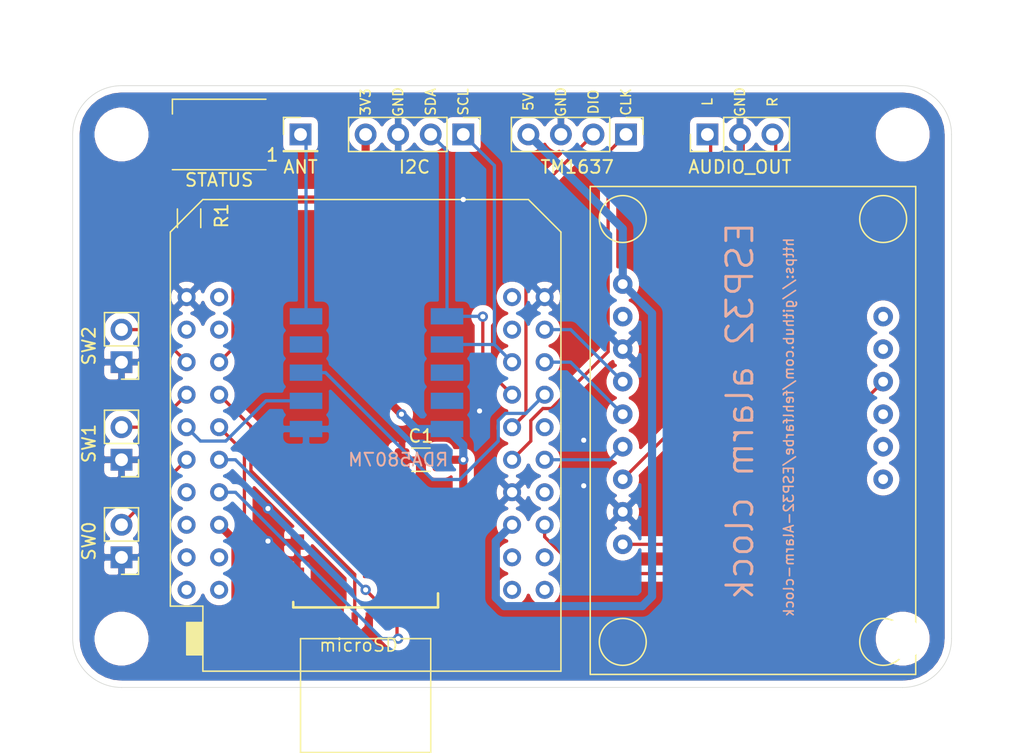
<source format=kicad_pcb>
(kicad_pcb (version 20171130) (host pcbnew 5.1.8-db9833491~88~ubuntu18.04.1)
  (title_block (title ESP32-Alarm-clock) (date 2020-11-21) (rev v0.2) (comment 4 https://github.com/fehlfarbe/ESP32-Alarm-clock))
  (layers (0 F.Cu signal) (31 B.Cu signal) (34 B.Paste user) (35 F.Paste user) (36 B.SilkS user) (37 F.SilkS user) (38 B.Mask user) (39 F.Mask user) (44 Edge.Cuts user))
  (net 0 "")
  (net 1 "Net-(J1-Pad1)")
  (net 2 GND)
  (net 3 SW0)
  (net 4 SW1)
  (net 5 SW2)
  (net 6 VCC)
  (net 7 SDA)
  (net 8 SCL)
  (net 9 TM_CLK)
  (net 10 TM_DIO)
  (net 11 5V)
  (net 12 SD_DATA0)
  (net 13 SD_CLK)
  (net 14 SD_CMD)
  (net 15 SD_CD)
  (net 16 ANT)
  (net 17 STATUS_DATA)
  (net 18 "Net-(U1-Pad2)")
  (net 19 I2S_LRC)
  (net 20 I2S_DIN)
  (net 21 I2S_BCLK)
  (net 22 "Net-(U1-Pad10)")
  (net 23 "Net-(U1-Pad11)")
  (net 24 I2S_MUTE)
  (net 25 "Net-(U1-Pad14)")
  (net 26 "Net-(U1-Pad15)")
  (net 27 "Net-(U2-Pad2)")
  (net 28 "Net-(U2-Pad3)")
  (net 29 RDA_R)
  (net 30 "Net-(U2-Pad13)")
  (net 31 "Net-(U2-Pad15)")
  (net 32 "Net-(U2-Pad17)")
  (net 33 "Net-(U2-Pad18)")
  (net 34 "Net-(U2-Pad19)")
  (net 35 "Net-(U2-Pad20)")
  (net 36 "Net-(U2-Pad21)")
  (net 37 "Net-(U2-Pad23)")
  (net 38 RDA_L)
  (net 39 "Net-(U2-Pad30)")
  (net 40 "Net-(U2-Pad34)")
  (net 41 "Net-(U2-Pad37)")
  (net 42 "Net-(U2-Pad38)")
  (net 43 "Net-(U2-Pad39)")
  (net 44 "Net-(U2-Pad40)")
  (net 45 "Net-(U3-PadN/C2)")
  (net 46 "Net-(U3-PadN/C)")
  (net 47 "Net-(J7-Pad9)")
  (net 48 "Net-(J7-Pad8)")
  (net 49 "Net-(J7-Pad1)")
  (net 50 "Net-(U1-Pad13)")
  (net 51 "Net-(U3-PadRCK)")
  (net 52 "Net-(J1-Pad3)")
  (net 53 "Net-(D1-Pad2)")
  (net 54 "Net-(D1-Pad4)")
  (net 55 "Net-(U2-Pad4)")
  (module pcb:RDA5807 (layer B.Cu) (at 72.39 77.47 180)
    (fp_text reference U3 hide)
    (fp_text value RDA5807)
    (pad SDA smd rect (at 0 -1.5 180) (size 2.54 1.27) (layers B.Cu B.Paste B.Mask) (net 7 SDA))
    (pad SCL smd rect (at 0 -3.7 180) (size 2.54 1.27) (layers B.Cu B.Paste B.Mask) (net 8 SCL))
    (pad N/C smd rect (at 0 -5.9 180) (size 2.54 1.27) (layers B.Cu B.Paste B.Mask) (net 46 "Net-(U3-PadN/C)"))
    (pad N/C2 smd rect (at 0 -8.1 180) (size 2.54 1.27) (layers B.Cu B.Paste B.Mask) (net 45 "Net-(U3-PadN/C2)"))
    (pad VCC smd rect (at 0 -10.3 180) (size 2.54 1.27) (layers B.Cu B.Paste B.Mask) (net 6 VCC))
    (pad ANT smd rect (at 11 -1.5 180) (size 2.54 1.27) (layers B.Cu B.Paste B.Mask) (net 16 ANT))
    (pad RCK smd rect (at 11 -3.7 180) (size 2.54 1.27) (layers B.Cu B.Paste B.Mask) (net 51 "Net-(U3-PadRCK)"))
    (pad L smd rect (at 11 -5.9 180) (size 2.54 1.27) (layers B.Cu B.Paste B.Mask) (net 38 RDA_L))
    (pad R smd rect (at 11 -8.1 180) (size 2.54 1.27) (layers B.Cu B.Paste B.Mask) (net 29 RDA_R))
    (pad GND smd rect (at 11 -10.3 180) (size 2.54 1.27) (layers B.Cu B.Paste B.Mask) (net 2 GND))
  )
  (module Capacitor_SMD:C_1206_3216Metric (layer F.Cu) (at 70.358 90.17)
    (fp_text reference C1 (at 0 -1.85) (layer F.SilkS))
    (fp_text value C)
    (fp_line (start -0.711252 0.91) (end 0.711252 0.91) (layer F.SilkS) (width 0.12))
    (fp_line (start -0.711252 -0.91) (end 0.711252 -0.91) (layer F.SilkS) (width 0.12))
    (pad 2 smd roundrect (at 1.475 0) (size 1.15 1.8) (layers F.Cu F.Paste F.Mask) (roundrect_rratio 0.2173904347826087) (net 6 VCC))
    (pad 1 smd roundrect (at -1.475 0) (size 1.15 1.8) (layers F.Cu F.Paste F.Mask) (roundrect_rratio 0.2173904347826087) (net 2 GND))
  )
  (module MountingHole:MountingHole_3.2mm_M3 (layer F.Cu) (at 46.99 104.14)
    (fp_text reference REF** hide)
    (fp_text value MountingHole_3.2mm_M3)
    (pad 1 np_thru_hole circle (at 0 0) (size 3.2 3.2) (drill 3.2) (layers *.Cu *.Mask))
  )
  (module MountingHole:MountingHole_3.2mm_M3 (layer F.Cu) (at 107.95 104.14)
    (fp_text reference REF** hide)
    (fp_text value MountingHole_3.2mm_M3)
    (pad 1 np_thru_hole circle (at 0 0) (size 3.2 3.2) (drill 3.2) (layers *.Cu *.Mask))
  )
  (module MountingHole:MountingHole_3.2mm_M3 (layer F.Cu) (at 107.95 64.77)
    (fp_text reference REF** hide)
    (fp_text value MountingHole_3.2mm_M3)
    (pad 1 np_thru_hole circle (at 0 0) (size 3.2 3.2) (drill 3.2) (layers *.Cu *.Mask))
  )
  (module MountingHole:MountingHole_3.2mm_M3 (layer F.Cu) (at 46.99 64.77)
    (fp_text reference REF** hide)
    (fp_text value MountingHole_3.2mm_M3)
    (pad 1 np_thru_hole circle (at 0 0) (size 3.2 3.2) (drill 3.2) (layers *.Cu *.Mask))
  )
  (module pcb:ESP32_mini (layer F.Cu) (at 66.04 88.9)
    (fp_text reference U2)
    (fp_text value mini_esp32)
    (fp_line (start 5.08 15.24) (end 5.08 17.78) (layer F.SilkS) (width 0.12))
    (fp_line (start -5.08 15.24) (end 5.08 15.24) (layer F.SilkS) (width 0.12))
    (fp_line (start -5.08 17.78) (end -5.08 15.24) (layer F.SilkS) (width 0.12))
    (fp_line (start 5.08 24.13) (end 5.08 17.78) (layer F.SilkS) (width 0.12))
    (fp_line (start -5.08 24.13) (end 5.08 24.13) (layer F.SilkS) (width 0.12))
    (fp_line (start -5.08 17.78) (end -5.08 24.13) (layer F.SilkS) (width 0.12))
    (fp_line (start -12.7 17.78) (end 15.24 17.78) (layer F.SilkS) (width 0.12))
    (fp_poly (pts (xy -13.97 16.51) (xy -13.97 13.97) (xy -12.7 13.97) (xy -12.7 16.51)) (layer F.SilkS) (width 0.1))
    (fp_line (start -15.24 12.7) (end -12.7 12.7) (layer F.SilkS) (width 0.12))
    (fp_line (start -15.24 -16.51) (end -15.24 12.7) (layer F.SilkS) (width 0.12))
    (fp_line (start 15.24 -16.51) (end 15.24 17.78) (layer F.SilkS) (width 0.12))
    (fp_line (start -12.7 -19.05) (end -11.43 -19.05) (layer F.SilkS) (width 0.12))
    (fp_line (start -12.7 -19.05) (end -15.24 -16.51) (layer F.SilkS) (width 0.12))
    (fp_line (start 12.7 -19.05) (end 15.24 -16.51) (layer F.SilkS) (width 0.12))
    (fp_line (start 12.7 -19.05) (end -11.43 -19.05) (layer F.SilkS) (width 0.12))
    (fp_line (start -12.7 12.7) (end -12.7 17.78) (layer F.SilkS) (width 0.12))
    (pad 40 thru_hole circle (at 13.97 11.43 270) (size 1.4 1.4) (drill 0.8) (layers *.Cu *.Mask) (net 44 "Net-(U2-Pad40)"))
    (pad 39 thru_hole circle (at 11.43 11.43 270) (size 1.4 1.4) (drill 0.8) (layers *.Cu *.Mask) (net 43 "Net-(U2-Pad39)"))
    (pad 38 thru_hole circle (at 13.97 8.89 270) (size 1.4 1.4) (drill 0.8) (layers *.Cu *.Mask) (net 42 "Net-(U2-Pad38)"))
    (pad 37 thru_hole circle (at 11.43 8.89 270) (size 1.4 1.4) (drill 0.8) (layers *.Cu *.Mask) (net 41 "Net-(U2-Pad37)"))
    (pad 36 thru_hole circle (at 13.97 6.35 270) (size 1.4 1.4) (drill 0.8) (layers *.Cu *.Mask) (net 24 I2S_MUTE))
    (pad 35 thru_hole circle (at 11.43 6.35 270) (size 1.4 1.4) (drill 0.8) (layers *.Cu *.Mask) (net 11 5V))
    (pad 34 thru_hole circle (at 13.97 3.81 270) (size 1.4 1.4) (drill 0.8) (layers *.Cu *.Mask) (net 40 "Net-(U2-Pad34)"))
    (pad 33 thru_hole circle (at 11.43 3.81 270) (size 1.4 1.4) (drill 0.8) (layers *.Cu *.Mask) (net 2 GND))
    (pad 32 thru_hole circle (at 13.97 1.27 270) (size 1.4 1.4) (drill 0.8) (layers *.Cu *.Mask) (net 21 I2S_BCLK))
    (pad 31 thru_hole circle (at 11.43 1.27 270) (size 1.4 1.4) (drill 0.8) (layers *.Cu *.Mask) (net 9 TM_CLK))
    (pad 30 thru_hole circle (at 13.97 -1.27 270) (size 1.4 1.4) (drill 0.8) (layers *.Cu *.Mask) (net 39 "Net-(U2-Pad30)"))
    (pad 29 thru_hole circle (at 11.43 -1.27 270) (size 1.4 1.4) (drill 0.8) (layers *.Cu *.Mask) (net 10 TM_DIO))
    (pad 28 thru_hole circle (at 13.97 -3.81 270) (size 1.4 1.4) (drill 0.8) (layers *.Cu *.Mask) (net 38 RDA_L))
    (pad 27 thru_hole circle (at 11.43 -3.81 270) (size 1.4 1.4) (drill 0.8) (layers *.Cu *.Mask) (net 7 SDA))
    (pad 26 thru_hole circle (at 13.97 -6.35 270) (size 1.4 1.4) (drill 0.8) (layers *.Cu *.Mask) (net 20 I2S_DIN))
    (pad 25 thru_hole circle (at 11.43 -6.35 270) (size 1.4 1.4) (drill 0.8) (layers *.Cu *.Mask) (net 8 SCL))
    (pad 24 thru_hole circle (at 13.97 -8.89 270) (size 1.4 1.4) (drill 0.8) (layers *.Cu *.Mask) (net 19 I2S_LRC))
    (pad 23 thru_hole circle (at 11.43 -8.89 270) (size 1.4 1.4) (drill 0.8) (layers *.Cu *.Mask) (net 37 "Net-(U2-Pad23)"))
    (pad 22 thru_hole circle (at 13.97 -11.43 270) (size 1.4 1.4) (drill 0.8) (layers *.Cu *.Mask) (net 2 GND))
    (pad 21 thru_hole circle (at 11.43 -11.43 270) (size 1.4 1.4) (drill 0.8) (layers *.Cu *.Mask) (net 36 "Net-(U2-Pad21)"))
    (pad 20 thru_hole circle (at -11.43 11.43 270) (size 1.4 1.4) (drill 0.8) (layers *.Cu *.Mask) (net 35 "Net-(U2-Pad20)"))
    (pad 19 thru_hole circle (at -13.97 11.43 270) (size 1.4 1.4) (drill 0.8) (layers *.Cu *.Mask) (net 34 "Net-(U2-Pad19)"))
    (pad 18 thru_hole circle (at -11.43 8.89 270) (size 1.4 1.4) (drill 0.8) (layers *.Cu *.Mask) (net 33 "Net-(U2-Pad18)"))
    (pad 17 thru_hole circle (at -13.97 8.89 270) (size 1.4 1.4) (drill 0.8) (layers *.Cu *.Mask) (net 32 "Net-(U2-Pad17)"))
    (pad 16 thru_hole circle (at -11.43 6.35 270) (size 1.4 1.4) (drill 0.8) (layers *.Cu *.Mask) (net 6 VCC))
    (pad 15 thru_hole circle (at -13.97 6.35 270) (size 1.4 1.4) (drill 0.8) (layers *.Cu *.Mask) (net 31 "Net-(U2-Pad15)"))
    (pad 14 thru_hole circle (at -11.43 3.81 270) (size 1.4 1.4) (drill 0.8) (layers *.Cu *.Mask) (net 15 SD_CD))
    (pad 13 thru_hole circle (at -13.97 3.81 270) (size 1.4 1.4) (drill 0.8) (layers *.Cu *.Mask) (net 30 "Net-(U2-Pad13)"))
    (pad 12 thru_hole circle (at -11.43 1.27 270) (size 1.4 1.4) (drill 0.8) (layers *.Cu *.Mask) (net 14 SD_CMD))
    (pad 11 thru_hole circle (at -13.97 1.27 270) (size 1.4 1.4) (drill 0.8) (layers *.Cu *.Mask) (net 3 SW0))
    (pad 10 thru_hole circle (at -11.43 -1.27 270) (size 1.4 1.4) (drill 0.8) (layers *.Cu *.Mask) (net 12 SD_DATA0))
    (pad 9 thru_hole circle (at -13.97 -1.27 270) (size 1.4 1.4) (drill 0.8) (layers *.Cu *.Mask) (net 29 RDA_R))
    (pad 8 thru_hole circle (at -11.43 -3.81 270) (size 1.4 1.4) (drill 0.8) (layers *.Cu *.Mask) (net 13 SD_CLK))
    (pad 7 thru_hole circle (at -13.97 -3.81 270) (size 1.4 1.4) (drill 0.8) (layers *.Cu *.Mask) (net 4 SW1))
    (pad 6 thru_hole circle (at -11.43 -6.35 270) (size 1.4 1.4) (drill 0.8) (layers *.Cu *.Mask) (net 17 STATUS_DATA))
    (pad 5 thru_hole circle (at -13.97 -6.35 270) (size 1.4 1.4) (drill 0.8) (layers *.Cu *.Mask) (net 5 SW2))
    (pad 4 thru_hole circle (at -11.43 -8.89 270) (size 1.4 1.4) (drill 0.8) (layers *.Cu *.Mask) (net 55 "Net-(U2-Pad4)"))
    (pad 3 thru_hole circle (at -13.97 -8.89 270) (size 1.4 1.4) (drill 0.8) (layers *.Cu *.Mask) (net 28 "Net-(U2-Pad3)"))
    (pad 1 thru_hole circle (at -13.97 -11.43 270) (size 1.4 1.4) (drill 0.8) (layers *.Cu *.Mask) (net 2 GND))
    (pad 2 thru_hole circle (at -11.43 -11.43 270) (size 1.4 1.4) (drill 0.8) (layers *.Cu *.Mask) (net 27 "Net-(U2-Pad2)"))
  )
  (module LED_SMD:LED_WS2812B_PLCC4_5.0x5.0mm_P3.2mm (layer F.Cu) (at 54.61 64.77 180)
    (fp_text reference D1 hide)
    (fp_text value WS2812B)
    (fp_line (start 3.65 2.75) (end 3.65 1.6) (layer F.SilkS) (width 0.12))
    (fp_line (start -3.65 2.75) (end 3.65 2.75) (layer F.SilkS) (width 0.12))
    (fp_line (start -3.65 -2.75) (end 3.65 -2.75) (layer F.SilkS) (width 0.12))
    (fp_text user 1 (at -4.15 -1.6) (layer F.SilkS))
    (pad 1 smd rect (at -2.45 -1.6 180) (size 1.5 1) (layers F.Cu F.Paste F.Mask) (net 6 VCC))
    (pad 2 smd rect (at -2.45 1.6 180) (size 1.5 1) (layers F.Cu F.Paste F.Mask) (net 53 "Net-(D1-Pad2)"))
    (pad 4 smd rect (at 2.45 -1.6 180) (size 1.5 1) (layers F.Cu F.Paste F.Mask) (net 54 "Net-(D1-Pad4)"))
    (pad 3 smd rect (at 2.45 1.6 180) (size 1.5 1) (layers F.Cu F.Paste F.Mask) (net 2 GND))
  )
  (module pcb:105162-0001 (layer F.Cu) (at 66.04 95.25)
    (fp_text reference J7)
    (fp_text value microSD (at -0.549 9.398) (layer F.SilkS) (effects (font (thickness 0.127))))
    (fp_line (start -5.65 6.45) (end 5.65 6.45) (layer F.SilkS) (width 0.2))
    (fp_line (start 5.65 6.45) (end 5.65 5.355) (layer F.SilkS) (width 0.2))
    (fp_line (start -5.65 6.45) (end -5.65 6.028) (layer F.SilkS) (width 0.2))
    (pad 1 smd rect (at 3.55 7.34) (size 0.5 1) (layers F.Cu F.Paste F.Mask) (net 49 "Net-(J7-Pad1)"))
    (pad 2 smd rect (at 2.45 7.34) (size 0.5 1) (layers F.Cu F.Paste F.Mask) (net 15 SD_CD))
    (pad 3 smd rect (at 1.35 7.34) (size 0.5 1) (layers F.Cu F.Paste F.Mask) (net 14 SD_CMD))
    (pad 4 smd rect (at 0.25 7.34) (size 0.5 1) (layers F.Cu F.Paste F.Mask) (net 6 VCC))
    (pad 5 smd rect (at -0.85 7.34) (size 0.5 1) (layers F.Cu F.Paste F.Mask) (net 13 SD_CLK))
    (pad 6 smd rect (at -1.95 7.34) (size 0.5 1) (layers F.Cu F.Paste F.Mask) (net 2 GND))
    (pad 7 smd rect (at -3.05 7.34) (size 0.5 1) (layers F.Cu F.Paste F.Mask) (net 12 SD_DATA0))
    (pad 8 smd rect (at -4.15 7.34) (size 0.5 1) (layers F.Cu F.Paste F.Mask) (net 48 "Net-(J7-Pad8)"))
    (pad 9 smd rect (at 5.31 4.66) (size 0.72 0.78) (layers F.Cu F.Paste F.Mask) (net 47 "Net-(J7-Pad9)"))
    (pad 10 smd rect (at 5.325 3.39) (size 1.05 1.08) (layers F.Cu F.Paste F.Mask) (net 2 GND))
    (pad 11 smd rect (at 5.325 0.78) (size 1.05 1.2) (layers F.Cu F.Paste F.Mask) (net 2 GND))
    (pad 12 smd rect (at -5.325 1.35) (size 1.05 1.2) (layers F.Cu F.Paste F.Mask) (net 2 GND))
    (pad 13 smd rect (at -5.325 4.535) (size 1.05 2.39) (layers F.Cu F.Paste F.Mask) (net 2 GND))
    (pad 14 smd rect (at 1.986 0.105) (size 2.91 0.55) (layers F.Cu F.Paste F.Mask))
    (pad 15 smd rect (at -2.204 0.105) (size 2.91 0.55) (layers F.Cu F.Paste F.Mask))
  )
  (module Connector_PinHeader_2.54mm:PinHeader_1x02_P2.54mm_Vertical (layer F.Cu) (at 46.99 97.79 180)
    (fp_text reference J2 hide)
    (fp_text value SW0)
    (fp_line (start -1.33 -1.33) (end 0 -1.33) (layer F.SilkS) (width 0.12))
    (fp_line (start -1.33 0) (end -1.33 -1.33) (layer F.SilkS) (width 0.12))
    (fp_line (start -1.33 1.27) (end 1.33 1.27) (layer F.SilkS) (width 0.12))
    (fp_line (start 1.33 1.27) (end 1.33 3.87) (layer F.SilkS) (width 0.12))
    (fp_line (start -1.33 1.27) (end -1.33 3.87) (layer F.SilkS) (width 0.12))
    (fp_line (start -1.33 3.87) (end 1.33 3.87) (layer F.SilkS) (width 0.12))
    (pad 1 thru_hole rect (at 0 0 180) (size 1.7 1.7) (drill 1) (layers *.Cu *.Mask) (net 2 GND))
    (pad 2 thru_hole oval (at 0 2.54 180) (size 1.7 1.7) (drill 1) (layers *.Cu *.Mask) (net 3 SW0))
  )
  (module Connector_PinHeader_2.54mm:PinHeader_1x02_P2.54mm_Vertical (layer F.Cu) (at 46.99 90.17 180)
    (fp_text reference J3 hide)
    (fp_text value SW1)
    (fp_line (start -1.33 3.87) (end 1.33 3.87) (layer F.SilkS) (width 0.12))
    (fp_line (start -1.33 1.27) (end -1.33 3.87) (layer F.SilkS) (width 0.12))
    (fp_line (start 1.33 1.27) (end 1.33 3.87) (layer F.SilkS) (width 0.12))
    (fp_line (start -1.33 1.27) (end 1.33 1.27) (layer F.SilkS) (width 0.12))
    (fp_line (start -1.33 0) (end -1.33 -1.33) (layer F.SilkS) (width 0.12))
    (fp_line (start -1.33 -1.33) (end 0 -1.33) (layer F.SilkS) (width 0.12))
    (pad 2 thru_hole oval (at 0 2.54 180) (size 1.7 1.7) (drill 1) (layers *.Cu *.Mask) (net 4 SW1))
    (pad 1 thru_hole rect (at 0 0 180) (size 1.7 1.7) (drill 1) (layers *.Cu *.Mask) (net 2 GND))
  )
  (module Connector_PinHeader_2.54mm:PinHeader_1x02_P2.54mm_Vertical (layer F.Cu) (at 46.99 82.55 180)
    (fp_text reference J4 hide)
    (fp_text value SW2)
    (fp_line (start -1.33 -1.33) (end 0 -1.33) (layer F.SilkS) (width 0.12))
    (fp_line (start -1.33 0) (end -1.33 -1.33) (layer F.SilkS) (width 0.12))
    (fp_line (start -1.33 1.27) (end 1.33 1.27) (layer F.SilkS) (width 0.12))
    (fp_line (start 1.33 1.27) (end 1.33 3.87) (layer F.SilkS) (width 0.12))
    (fp_line (start -1.33 1.27) (end -1.33 3.87) (layer F.SilkS) (width 0.12))
    (fp_line (start -1.33 3.87) (end 1.33 3.87) (layer F.SilkS) (width 0.12))
    (pad 1 thru_hole rect (at 0 0 180) (size 1.7 1.7) (drill 1) (layers *.Cu *.Mask) (net 2 GND))
    (pad 2 thru_hole oval (at 0 2.54 180) (size 1.7 1.7) (drill 1) (layers *.Cu *.Mask) (net 5 SW2))
  )
  (module Connector_PinHeader_2.54mm:PinHeader_1x04_P2.54mm_Vertical (layer F.Cu) (at 73.66 64.77 270)
    (fp_text reference J5 hide)
    (fp_text value I2C)
    (fp_line (start -1.33 8.95) (end 1.33 8.95) (layer F.SilkS) (width 0.12))
    (fp_line (start -1.33 1.27) (end -1.33 8.95) (layer F.SilkS) (width 0.12))
    (fp_line (start 1.33 1.27) (end 1.33 8.95) (layer F.SilkS) (width 0.12))
    (fp_line (start -1.33 1.27) (end 1.33 1.27) (layer F.SilkS) (width 0.12))
    (fp_line (start -1.33 0) (end -1.33 -1.33) (layer F.SilkS) (width 0.12))
    (fp_line (start -1.33 -1.33) (end 0 -1.33) (layer F.SilkS) (width 0.12))
    (pad 4 thru_hole oval (at 0 7.62 270) (size 1.7 1.7) (drill 1) (layers *.Cu *.Mask) (net 6 VCC))
    (pad 3 thru_hole oval (at 0 5.08 270) (size 1.7 1.7) (drill 1) (layers *.Cu *.Mask) (net 2 GND))
    (pad 2 thru_hole oval (at 0 2.54 270) (size 1.7 1.7) (drill 1) (layers *.Cu *.Mask) (net 7 SDA))
    (pad 1 thru_hole rect (at 0 0 270) (size 1.7 1.7) (drill 1) (layers *.Cu *.Mask) (net 8 SCL))
  )
  (module Connector_PinHeader_2.54mm:PinHeader_1x04_P2.54mm_Vertical (layer F.Cu) (at 86.36 64.77 270)
    (fp_text reference J6 hide)
    (fp_text value TM1637)
    (fp_line (start -1.33 -1.33) (end 0 -1.33) (layer F.SilkS) (width 0.12))
    (fp_line (start -1.33 0) (end -1.33 -1.33) (layer F.SilkS) (width 0.12))
    (fp_line (start -1.33 1.27) (end 1.33 1.27) (layer F.SilkS) (width 0.12))
    (fp_line (start 1.33 1.27) (end 1.33 8.95) (layer F.SilkS) (width 0.12))
    (fp_line (start -1.33 1.27) (end -1.33 8.95) (layer F.SilkS) (width 0.12))
    (fp_line (start -1.33 8.95) (end 1.33 8.95) (layer F.SilkS) (width 0.12))
    (pad 1 thru_hole rect (at 0 0 270) (size 1.7 1.7) (drill 1) (layers *.Cu *.Mask) (net 9 TM_CLK))
    (pad 2 thru_hole oval (at 0 2.54 270) (size 1.7 1.7) (drill 1) (layers *.Cu *.Mask) (net 10 TM_DIO))
    (pad 3 thru_hole oval (at 0 5.08 270) (size 1.7 1.7) (drill 1) (layers *.Cu *.Mask) (net 2 GND))
    (pad 4 thru_hole oval (at 0 7.62 270) (size 1.7 1.7) (drill 1) (layers *.Cu *.Mask) (net 11 5V))
  )
  (module Resistor_SMD:R_1206_3216Metric (layer F.Cu) (at 52.2625 71.3125 90)
    (fp_text reference R1 (at 0.1925 2.54 90) (layer F.SilkS))
    (fp_text value 500)
    (fp_line (start -0.727064 0.91) (end 0.727064 0.91) (layer F.SilkS) (width 0.12))
    (fp_line (start -0.727064 -0.91) (end 0.727064 -0.91) (layer F.SilkS) (width 0.12))
    (pad 1 smd roundrect (at -1.4625 0 90) (size 1.125 1.75) (layers F.Cu F.Paste F.Mask) (roundrect_rratio 0.2222195555555556) (net 17 STATUS_DATA))
    (pad 2 smd roundrect (at 1.4625 0 90) (size 1.125 1.75) (layers F.Cu F.Paste F.Mask) (roundrect_rratio 0.2222195555555556) (net 54 "Net-(D1-Pad4)"))
  )
  (module UDA1334A:UDA1334A-breakout (layer F.Cu) (at 95.25 87.63 270)
    (fp_text reference U1)
    (fp_text value UDA1334A_Breakout)
    (fp_line (start -18.796 -13.716) (end 19.304 -13.716) (layer F.SilkS) (width 0.12))
    (fp_circle (center -16.256 -11.176) (end -14.732 -10.16) (layer F.SilkS) (width 0.12))
    (fp_circle (center -16.256 9.144) (end -15.24 10.668) (layer F.SilkS) (width 0.12))
    (fp_circle (center 16.764 9.144) (end 17.78 10.668) (layer F.SilkS) (width 0.12))
    (fp_circle (center 16.764 -11.176) (end 17.78 -9.652) (layer F.SilkS) (width 0.12))
    (fp_line (start -18.796 11.684) (end -18.796 -13.716) (layer F.SilkS) (width 0.12))
    (fp_line (start 19.304 11.684) (end -18.796 11.684) (layer F.SilkS) (width 0.12))
    (fp_line (start 19.304 -13.716) (end 19.304 11.684) (layer F.SilkS) (width 0.12))
    (pad 1 thru_hole circle (at -11.176 9.144 270) (size 1.524 1.524) (drill 0.762) (layers *.Cu *.Mask) (net 11 5V))
    (pad 2 thru_hole circle (at -8.636 9.144 270) (size 1.524 1.524) (drill 0.762) (layers *.Cu *.Mask) (net 18 "Net-(U1-Pad2)"))
    (pad 3 thru_hole circle (at -6.096 9.144 270) (size 1.524 1.524) (drill 0.762) (layers *.Cu *.Mask) (net 2 GND))
    (pad 4 thru_hole circle (at -3.556 9.144 270) (size 1.524 1.524) (drill 0.762) (layers *.Cu *.Mask) (net 19 I2S_LRC))
    (pad 5 thru_hole circle (at -1.016 9.144 270) (size 1.524 1.524) (drill 0.762) (layers *.Cu *.Mask) (net 20 I2S_DIN))
    (pad 6 thru_hole circle (at 1.524 9.144 270) (size 1.524 1.524) (drill 0.762) (layers *.Cu *.Mask) (net 21 I2S_BCLK))
    (pad 7 thru_hole circle (at 4.064 9.144 270) (size 1.524 1.524) (drill 0.762) (layers *.Cu *.Mask) (net 1 "Net-(J1-Pad1)"))
    (pad 8 thru_hole circle (at 6.604 9.144 270) (size 1.524 1.524) (drill 0.762) (layers *.Cu *.Mask) (net 2 GND))
    (pad 9 thru_hole circle (at 9.144 9.144 270) (size 1.524 1.524) (drill 0.762) (layers *.Cu *.Mask) (net 52 "Net-(J1-Pad3)"))
    (pad 10 thru_hole circle (at -8.636 -11.176 270) (size 1.524 1.524) (drill 0.762) (layers *.Cu *.Mask) (net 22 "Net-(U1-Pad10)"))
    (pad 11 thru_hole circle (at -6.096 -11.176 270) (size 1.524 1.524) (drill 0.762) (layers *.Cu *.Mask) (net 23 "Net-(U1-Pad11)"))
    (pad 12 thru_hole circle (at -3.556 -11.176 270) (size 1.524 1.524) (drill 0.762) (layers *.Cu *.Mask) (net 24 I2S_MUTE))
    (pad 13 thru_hole circle (at -1.016 -11.176 270) (size 1.524 1.524) (drill 0.762) (layers *.Cu *.Mask) (net 50 "Net-(U1-Pad13)"))
    (pad 14 thru_hole circle (at 1.524 -11.176 270) (size 1.524 1.524) (drill 0.762) (layers *.Cu *.Mask) (net 25 "Net-(U1-Pad14)"))
    (pad 15 thru_hole circle (at 4.064 -11.176 270) (size 1.524 1.524) (drill 0.762) (layers *.Cu *.Mask) (net 26 "Net-(U1-Pad15)"))
  )
  (module Connector_PinHeader_2.54mm:PinHeader_1x03_P2.54mm_Vertical (layer F.Cu) (at 92.71 64.77 90)
    (fp_text reference J1 hide)
    (fp_text value AUDIO)
    (fp_line (start -1.33 -1.33) (end 0 -1.33) (layer F.SilkS) (width 0.12))
    (fp_line (start -1.33 0) (end -1.33 -1.33) (layer F.SilkS) (width 0.12))
    (fp_line (start -1.33 1.27) (end 1.33 1.27) (layer F.SilkS) (width 0.12))
    (fp_line (start 1.33 1.27) (end 1.33 6.41) (layer F.SilkS) (width 0.12))
    (fp_line (start -1.33 1.27) (end -1.33 6.41) (layer F.SilkS) (width 0.12))
    (fp_line (start -1.33 6.41) (end 1.33 6.41) (layer F.SilkS) (width 0.12))
    (pad 1 thru_hole rect (at 0 0 90) (size 1.7 1.7) (drill 1) (layers *.Cu *.Mask) (net 1 "Net-(J1-Pad1)"))
    (pad 2 thru_hole oval (at 0 2.54 90) (size 1.7 1.7) (drill 1) (layers *.Cu *.Mask) (net 2 GND))
    (pad 3 thru_hole oval (at 0 5.08 90) (size 1.7 1.7) (drill 1) (layers *.Cu *.Mask) (net 52 "Net-(J1-Pad3)"))
  )
  (module Connector_PinHeader_2.54mm:PinHeader_1x01_P2.54mm_Vertical (layer F.Cu) (at 60.96 64.77)
    (fp_text reference J9 hide)
    (fp_text value ANT (at 0 2.54 180) (layer F.SilkS))
    (fp_line (start -1.33 -1.33) (end 0 -1.33) (layer F.SilkS) (width 0.12))
    (fp_line (start -1.33 0) (end -1.33 -1.33) (layer F.SilkS) (width 0.12))
    (fp_line (start -1.33 1.27) (end 1.33 1.27) (layer F.SilkS) (width 0.12))
    (fp_line (start 1.33 1.27) (end 1.33 1.33) (layer F.SilkS) (width 0.12))
    (fp_line (start -1.33 1.27) (end -1.33 1.33) (layer F.SilkS) (width 0.12))
    (fp_line (start -1.33 1.33) (end 1.33 1.33) (layer F.SilkS) (width 0.12))
    (pad 1 thru_hole rect (at 0 0) (size 1.7 1.7) (drill 1) (layers *.Cu *.Mask) (net 16 ANT))
  )
  (gr_text STATUS (at 54.61 68.326) (layer F.SilkS) (effects (font (size 1 1))))
  (gr_line (start 107.95 60.96) (end 46.99 60.96) (layer Edge.Cuts) (width 0.05))
  (gr_line (start 46.99 107.95) (end 107.95 107.95) (layer Edge.Cuts) (width 0.05))
  (gr_line (start 43.18 64.77) (end 43.18 104.14) (layer Edge.Cuts) (width 0.05))
  (gr_line (start 111.76 104.14) (end 111.76 64.77) (layer Edge.Cuts) (width 0.05))
  (gr_arc (start 107.95 104.14) (end 107.95 107.95) (angle -90) (layer Edge.Cuts) (width 0.05))
  (gr_arc (start 46.99 104.14) (end 43.18 104.14) (angle -90) (layer Edge.Cuts) (width 0.05))
  (gr_arc (start 46.99 64.77) (end 46.99 60.96) (angle -90) (layer Edge.Cuts) (width 0.05))
  (gr_arc (start 107.95 64.77) (end 111.76 64.77) (angle -90) (layer Edge.Cuts) (width 0.05))
  (gr_text RDA5807M (at 68.58 90.17) (layer B.SilkS) (effects (font (size 1 1)) (justify mirror)))
  (gr_text AUDIO_OUT (at 95.25 67.31) (layer F.SilkS) (effects (font (size 1 1))))
  (gr_text TM1637 (at 82.55 67.31) (layer F.SilkS) (effects (font (size 1 1))))
  (gr_text I2C (at 69.85 67.31) (layer F.SilkS) (effects (font (size 1 1))))
  (gr_text SW2 (at 44.45 81.28 90) (layer F.SilkS) (effects (font (size 1 1))))
  (gr_text SW1 (at 44.45 88.9 90) (layer F.SilkS) (effects (font (size 1 1))))
  (gr_text SW0 (at 44.45 96.52 90) (layer F.SilkS) (effects (font (size 1 1))))
  (gr_text R (at 97.79 62.23 90) (layer F.SilkS) (effects (font (size 0.762 0.762) (thickness 0.127))))
  (gr_text GND (at 95.25 62.23 90) (layer F.SilkS) (effects (font (size 0.762 0.762) (thickness 0.127))))
  (gr_text L (at 92.71 62.23 90) (layer F.SilkS) (effects (font (size 0.762 0.762) (thickness 0.127))))
  (gr_text CLK (at 86.36 62.23 90) (layer F.SilkS) (effects (font (size 0.762 0.762) (thickness 0.127))))
  (gr_text DIO (at 83.82 62.23 90) (layer F.SilkS) (effects (font (size 0.762 0.762) (thickness 0.127))))
  (gr_text GND (at 81.28 62.23 90) (layer F.SilkS) (effects (font (size 0.762 0.762) (thickness 0.127))))
  (gr_text 5V (at 78.74 62.23 90) (layer F.SilkS) (effects (font (size 0.762 0.762) (thickness 0.127))))
  (gr_text SCL (at 73.66 62.23 90) (layer F.SilkS) (effects (font (size 0.762 0.762) (thickness 0.127))))
  (gr_text SDA (at 71.12 62.23 90) (layer F.SilkS) (effects (font (size 0.762 0.762) (thickness 0.127))))
  (gr_text GND (at 68.58 62.23 90) (layer F.SilkS) (effects (font (size 0.762 0.762) (thickness 0.127))))
  (gr_text 3V3 (at 66.04 62.23 90) (layer F.SilkS) (effects (font (size 0.762 0.762) (thickness 0.127))))
  (gr_text https://github.com/fehlfarbe/ESP32-Alarm-clock (at 99.06 87.63 90) (layer B.SilkS) (effects (font (size 0.762 0.762) (thickness 0.127)) (justify mirror)))
  (gr_text "ESP32 alarm clock" (at 95.25 86.36 90) (layer B.SilkS) (effects (font (size 2.032 2.032) (thickness 0.2286)) (justify mirror)))
  (segment (start 92.964 84.836) (end 92.964 64.77) (width 0.254) (layer F.Cu) (net 1))
  (segment (start 86.106 91.694) (end 92.964 84.836) (width 0.254) (layer F.Cu) (net 1))
  (via (at 83.058 92.202) (size 0.8) (drill 0.4) (layers F.Cu B.Cu) (net 2))
  (via (at 83.058 88.646) (size 0.8) (drill 0.4) (layers F.Cu B.Cu) (net 2))
  (segment (start 83.058 92.202) (end 83.058 88.646) (width 0.254) (layer F.Cu) (net 2))
  (segment (start 95.504 84.836) (end 95.504 64.77) (width 0.254) (layer F.Cu) (net 2))
  (segment (start 86.106 94.234) (end 95.504 84.836) (width 0.254) (layer F.Cu) (net 2))
  (via (at 58.42 96.52) (size 0.8) (drill 0.4) (layers F.Cu B.Cu) (net 2))
  (via (at 58.42 93.98) (size 0.8) (drill 0.4) (layers F.Cu B.Cu) (net 2))
  (via (at 74.93 86.36) (size 0.8) (drill 0.4) (layers F.Cu B.Cu) (net 2))
  (via (at 73.66 69.85) (size 0.8) (drill 0.4) (layers F.Cu B.Cu) (net 2))
  (segment (start 46.99 95.25) (end 52.07 90.17) (width 0.254) (layer F.Cu) (net 3))
  (segment (start 49.53 87.63) (end 52.07 85.09) (width 0.254) (layer F.Cu) (net 4))
  (segment (start 46.99 87.63) (end 49.53 87.63) (width 0.254) (layer F.Cu) (net 4))
  (segment (start 49.53 80.01) (end 52.07 82.55) (width 0.254) (layer F.Cu) (net 5))
  (segment (start 46.99 80.01) (end 49.53 80.01) (width 0.254) (layer F.Cu) (net 5))
  (segment (start 66.04 68.58) (end 66.04 64.77) (width 0.635) (layer F.Cu) (net 6))
  (segment (start 64.77 69.85) (end 66.04 68.58) (width 0.635) (layer F.Cu) (net 6))
  (via (at 68.834 86.614) (size 0.8) (drill 0.4) (layers F.Cu B.Cu) (net 6))
  (segment (start 64.77 82.55) (end 68.834 86.614) (width 0.635) (layer F.Cu) (net 6))
  (segment (start 64.77 69.85) (end 64.77 82.55) (width 0.635) (layer F.Cu) (net 6))
  (segment (start 69.99 87.77) (end 72.39 87.77) (width 0.635) (layer B.Cu) (net 6))
  (segment (start 68.834 86.614) (end 69.99 87.77) (width 0.635) (layer B.Cu) (net 6))
  (segment (start 55.881501 96.521501) (end 55.881501 102.871501) (width 0.635) (layer F.Cu) (net 6))
  (segment (start 54.61 95.25) (end 55.881501 96.521501) (width 0.635) (layer F.Cu) (net 6))
  (segment (start 55.881501 102.871501) (end 58.42 105.41) (width 0.635) (layer F.Cu) (net 6))
  (segment (start 66.29 103.268702) (end 66.29 102.59) (width 0.635) (layer F.Cu) (net 6))
  (segment (start 64.148702 105.41) (end 66.29 103.268702) (width 0.635) (layer F.Cu) (net 6))
  (segment (start 58.42 105.41) (end 64.148702 105.41) (width 0.635) (layer F.Cu) (net 6))
  (segment (start 66.29 103.725) (end 67.975 105.41) (width 0.635) (layer F.Cu) (net 6))
  (segment (start 66.29 102.59) (end 66.29 103.725) (width 0.635) (layer F.Cu) (net 6))
  (segment (start 67.975 105.41) (end 68.548702 105.41) (width 0.635) (layer F.Cu) (net 6))
  (segment (start 68.548702 105.41) (end 72.39 105.41) (width 0.635) (layer F.Cu) (net 6))
  (via (at 73.66 90.17) (size 0.8) (drill 0.4) (layers F.Cu B.Cu) (net 6))
  (segment (start 73.66 104.14) (end 73.66 90.17) (width 0.635) (layer F.Cu) (net 6))
  (segment (start 72.39 105.41) (end 73.66 104.14) (width 0.635) (layer F.Cu) (net 6))
  (segment (start 73.66 89.04) (end 72.39 87.77) (width 0.635) (layer B.Cu) (net 6))
  (segment (start 73.66 90.17) (end 73.66 89.04) (width 0.635) (layer B.Cu) (net 6))
  (segment (start 57.06 66.37) (end 57.06 68.49) (width 0.635) (layer F.Cu) (net 6))
  (segment (start 58.42 69.85) (end 64.77 69.85) (width 0.635) (layer F.Cu) (net 6))
  (segment (start 57.06 68.49) (end 58.42 69.85) (width 0.635) (layer F.Cu) (net 6))
  (segment (start 73.66 90.17) (end 71.833 90.17) (width 0.635) (layer F.Cu) (net 6))
  (via (at 75.184 78.994) (size 0.8) (drill 0.4) (layers F.Cu B.Cu) (net 7))
  (segment (start 75.16 78.97) (end 75.184 78.994) (width 0.254) (layer B.Cu) (net 7))
  (segment (start 72.39 78.97) (end 75.16 78.97) (width 0.254) (layer B.Cu) (net 7))
  (segment (start 75.184 82.804) (end 77.47 85.09) (width 0.254) (layer F.Cu) (net 7))
  (segment (start 75.184 78.994) (end 75.184 82.804) (width 0.254) (layer F.Cu) (net 7))
  (segment (start 72.39 66.04) (end 71.12 64.77) (width 0.254) (layer B.Cu) (net 7))
  (segment (start 72.39 78.97) (end 72.39 66.04) (width 0.254) (layer B.Cu) (net 7))
  (segment (start 76.09 81.17) (end 77.47 82.55) (width 0.254) (layer B.Cu) (net 8))
  (segment (start 72.39 81.17) (end 76.09 81.17) (width 0.254) (layer B.Cu) (net 8))
  (segment (start 76.09 67.2) (end 73.66 64.77) (width 0.254) (layer B.Cu) (net 8))
  (segment (start 76.09 81.17) (end 76.09 67.2) (width 0.254) (layer B.Cu) (net 8))
  (segment (start 78.928999 88.711001) (end 77.47 90.17) (width 0.254) (layer F.Cu) (net 9))
  (segment (start 78.928999 87.111119) (end 78.928999 88.711001) (width 0.254) (layer F.Cu) (net 9))
  (segment (start 79.869117 86.171001) (end 78.928999 87.111119) (width 0.254) (layer F.Cu) (net 9))
  (segment (start 80.528881 86.171001) (end 79.869117 86.171001) (width 0.254) (layer F.Cu) (net 9))
  (segment (start 84.962999 66.167001) (end 84.962999 81.736883) (width 0.254) (layer F.Cu) (net 9))
  (segment (start 84.962999 81.736883) (end 80.528881 86.171001) (width 0.254) (layer F.Cu) (net 9))
  (segment (start 86.36 64.77) (end 84.962999 66.167001) (width 0.254) (layer F.Cu) (net 9))
  (segment (start 78.551001 86.548999) (end 77.47 87.63) (width 0.254) (layer F.Cu) (net 10))
  (segment (start 78.551001 70.038999) (end 78.551001 86.548999) (width 0.254) (layer F.Cu) (net 10))
  (segment (start 83.82 64.77) (end 78.551001 70.038999) (width 0.254) (layer F.Cu) (net 10))
  (segment (start 86.106 72.136) (end 78.74 64.77) (width 0.635) (layer B.Cu) (net 11))
  (segment (start 86.106 76.454) (end 86.106 72.136) (width 0.635) (layer B.Cu) (net 11))
  (segment (start 86.106 76.454) (end 88.392 78.74) (width 0.635) (layer B.Cu) (net 11))
  (segment (start 76.198499 96.521501) (end 77.47 95.25) (width 0.635) (layer B.Cu) (net 11))
  (segment (start 76.198499 100.940321) (end 76.198499 96.521501) (width 0.635) (layer B.Cu) (net 11))
  (segment (start 76.859679 101.601501) (end 76.198499 100.940321) (width 0.635) (layer B.Cu) (net 11))
  (segment (start 87.628499 101.601501) (end 76.859679 101.601501) (width 0.635) (layer B.Cu) (net 11))
  (segment (start 88.392 100.838) (end 87.628499 101.601501) (width 0.635) (layer B.Cu) (net 11))
  (segment (start 88.392 78.74) (end 88.392 100.838) (width 0.635) (layer B.Cu) (net 11))
  (segment (start 56.580011 89.600011) (end 54.61 87.63) (width 0.254) (layer F.Cu) (net 12))
  (segment (start 56.580011 98.715813) (end 56.580011 89.600011) (width 0.254) (layer F.Cu) (net 12))
  (segment (start 61.335199 103.471001) (end 56.580011 98.715813) (width 0.254) (layer F.Cu) (net 12))
  (segment (start 62.862999 103.471001) (end 61.335199 103.471001) (width 0.254) (layer F.Cu) (net 12))
  (segment (start 62.99 103.344) (end 62.862999 103.471001) (width 0.254) (layer F.Cu) (net 12))
  (segment (start 62.99 102.59) (end 62.99 103.344) (width 0.254) (layer F.Cu) (net 12))
  (segment (start 57.088021 87.568021) (end 54.61 85.09) (width 0.254) (layer F.Cu) (net 13))
  (segment (start 57.088021 91.022823) (end 57.088021 87.568021) (width 0.254) (layer F.Cu) (net 13))
  (segment (start 65.19 99.124802) (end 57.088021 91.022823) (width 0.254) (layer F.Cu) (net 13))
  (segment (start 65.19 102.59) (end 65.19 99.124802) (width 0.254) (layer F.Cu) (net 13))
  (via (at 66.04 100.33) (size 0.8) (drill 0.4) (layers F.Cu B.Cu) (net 14))
  (segment (start 67.39 101.68) (end 66.04 100.33) (width 0.254) (layer F.Cu) (net 14))
  (segment (start 67.39 102.59) (end 67.39 101.68) (width 0.254) (layer F.Cu) (net 14))
  (segment (start 55.88 90.17) (end 54.61 90.17) (width 0.254) (layer B.Cu) (net 14))
  (segment (start 66.04 100.33) (end 55.88 90.17) (width 0.254) (layer B.Cu) (net 14))
  (via (at 68.58 104.14) (size 0.8) (drill 0.4) (layers F.Cu B.Cu) (net 15))
  (segment (start 68.49 104.05) (end 68.58 104.14) (width 0.254) (layer F.Cu) (net 15))
  (segment (start 68.49 102.59) (end 68.49 104.05) (width 0.254) (layer F.Cu) (net 15))
  (segment (start 68.58 104.14) (end 67.31 104.14) (width 0.254) (layer B.Cu) (net 15))
  (segment (start 55.88 92.71) (end 54.61 92.71) (width 0.254) (layer B.Cu) (net 15))
  (segment (start 67.31 104.14) (end 55.88 92.71) (width 0.254) (layer B.Cu) (net 15))
  (segment (start 61.39 65.2) (end 60.96 64.77) (width 0.254) (layer B.Cu) (net 16))
  (segment (start 61.39 78.97) (end 61.39 65.2) (width 0.254) (layer B.Cu) (net 16))
  (segment (start 55.691001 76.203501) (end 52.2625 72.775) (width 0.254) (layer F.Cu) (net 17))
  (segment (start 55.691001 81.468999) (end 55.691001 76.203501) (width 0.254) (layer F.Cu) (net 17))
  (segment (start 54.61 82.55) (end 55.691001 81.468999) (width 0.254) (layer F.Cu) (net 17))
  (segment (start 82.042 80.01) (end 80.01 80.01) (width 0.254) (layer B.Cu) (net 19))
  (segment (start 86.106 84.074) (end 82.042 80.01) (width 0.254) (layer B.Cu) (net 19))
  (segment (start 82.042 82.55) (end 86.106 86.614) (width 0.254) (layer B.Cu) (net 20))
  (segment (start 80.01 82.55) (end 82.042 82.55) (width 0.254) (layer B.Cu) (net 20))
  (segment (start 85.09 90.17) (end 86.106 89.154) (width 0.254) (layer B.Cu) (net 21))
  (segment (start 80.01 90.17) (end 85.09 90.17) (width 0.254) (layer B.Cu) (net 21))
  (segment (start 106.426 84.074) (end 91.44 99.06) (width 0.254) (layer F.Cu) (net 24))
  (segment (start 80.01 96.190118) (end 80.01 95.25) (width 0.254) (layer F.Cu) (net 24))
  (segment (start 82.879882 99.06) (end 80.01 96.190118) (width 0.254) (layer F.Cu) (net 24))
  (segment (start 91.44 99.06) (end 82.879882 99.06) (width 0.254) (layer F.Cu) (net 24))
  (segment (start 53.151001 88.711001) (end 52.07 87.63) (width 0.254) (layer B.Cu) (net 29))
  (segment (start 55.128881 88.711001) (end 53.151001 88.711001) (width 0.254) (layer B.Cu) (net 29))
  (segment (start 58.269882 85.57) (end 55.128881 88.711001) (width 0.254) (layer B.Cu) (net 29))
  (segment (start 61.39 85.57) (end 58.269882 85.57) (width 0.254) (layer B.Cu) (net 29))
  (segment (start 76.951119 86.548999) (end 78.551001 86.548999) (width 0.254) (layer B.Cu) (net 38))
  (segment (start 76.388999 87.111119) (end 76.951119 86.548999) (width 0.254) (layer B.Cu) (net 38))
  (segment (start 78.551001 86.548999) (end 80.01 85.09) (width 0.254) (layer B.Cu) (net 38))
  (segment (start 76.388999 88.711001) (end 76.388999 87.111119) (width 0.254) (layer B.Cu) (net 38))
  (segment (start 73.386999 91.713001) (end 76.388999 88.711001) (width 0.254) (layer B.Cu) (net 38))
  (segment (start 71.257001 91.713001) (end 73.386999 91.713001) (width 0.254) (layer B.Cu) (net 38))
  (segment (start 62.914 83.37) (end 71.257001 91.713001) (width 0.254) (layer B.Cu) (net 38))
  (segment (start 61.39 83.37) (end 62.914 83.37) (width 0.254) (layer B.Cu) (net 38))
  (segment (start 86.106 96.774) (end 91.44 96.774) (width 0.254) (layer F.Cu) (net 52))
  (segment (start 98.044 90.17) (end 98.044 64.77) (width 0.254) (layer F.Cu) (net 52))
  (segment (start 91.44 96.774) (end 98.044 90.17) (width 0.254) (layer F.Cu) (net 52))
  (segment (start 52.2625 66.4725) (end 52.16 66.37) (width 0.254) (layer F.Cu) (net 54))
  (segment (start 52.2625 69.85) (end 52.2625 66.4725) (width 0.254) (layer F.Cu) (net 54))
  (zone (net 2) (net_name GND) (layer B.Cu) (connect_pads (clearance 0.508)) (min_thickness 0.254) (fill yes (arc_segments 32) (thermal_gap 0.508) (thermal_bridge_width 0.508))
    (polygon (pts (xy 113.03 109.728) (xy 41.402 108.966) (xy 41.402 59.436) (xy 113.538 59.182)))
  )
  (zone (net 2) (net_name GND) (layer F.Cu) (connect_pads (clearance 0.508)) (min_thickness 0.254) (fill yes (arc_segments 32) (thermal_gap 0.508) (thermal_bridge_width 0.508))
    (polygon (pts (xy 112.522 109.728) (xy 41.656 108.712) (xy 41.656 59.182) (xy 113.538 59.182)))
  )
)
</source>
